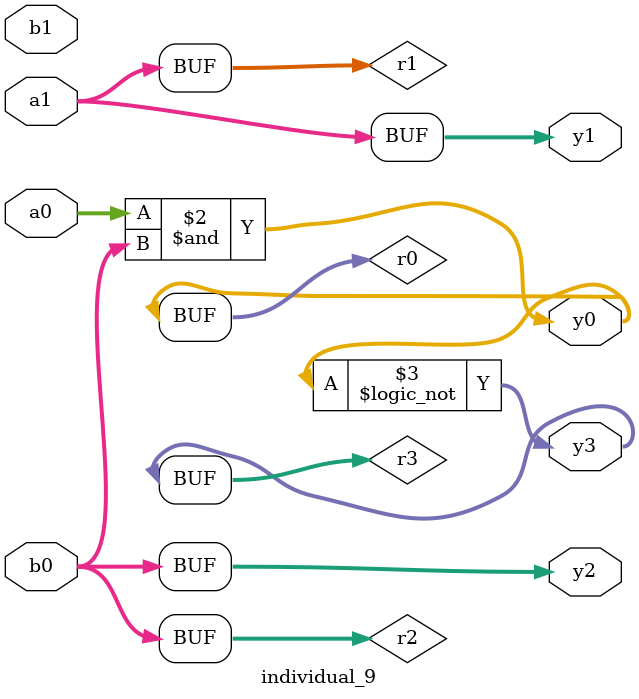
<source format=sv>
module individual_9(input logic [15:0] a1, input logic [15:0] a0, input logic [15:0] b1, input logic [15:0] b0, output logic [15:0] y3, output logic [15:0] y2, output logic [15:0] y1, output logic [15:0] y0);
logic [15:0] r0, r1, r2, r3; 
 always@(*) begin 
	 r0 = a0; r1 = a1; r2 = b0; r3 = b1; 
 	 r0  &=  r2 ;
 	 r3 = ! r0 ;
 	 y3 = r3; y2 = r2; y1 = r1; y0 = r0; 
end
endmodule
</source>
